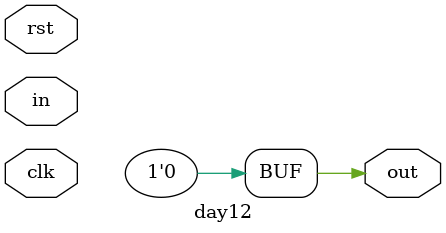
<source format=sv>
module day12(clk,rst,in,out);
  input logic clk,rst,in;
  output logic out;
  
  
  //define the states
  typedef enum logic {s0,s1,s2,s3,s4,s5,s6,s7,s8,s9,s10,s11,s12} state;
  state current_state=s0;
  state next_state = s0;
  
  //set the state machine
  always_ff @(posedge clk)
    begin
      if(rst)
        current_state<=s0;
      else
        current_state<=next_state;
    end
  
  //define state transition
  always_comb begin
    case(current_state)
      s0: next_state=(in==1)?s1:s0;
      s1: next_state=(in==1)?s2:s0;
      s2: next_state=(in==1)?s3:s0;
      s3: next_state=(in==0)?s4:s3;
      s4:next_state=(in==1)?s5:s0;
      s5: next_state=(in==1)? s6:s0;
      s6: next_state=(in==0)?s7:s3;
      s7: next_state=(in==1)?s8:s0;
      s8: next_state=(in==1)? s9:s3;
      s9: next_state=(in==0)? s10:s0;
      s10: next_state=(in==1)? s11:s0;
      s11: next_state=(in==1)?s12:s0;
    endcase
  end
  
  assign out=(current_state==s12)?1:0;
endmodule
      
          

</source>
